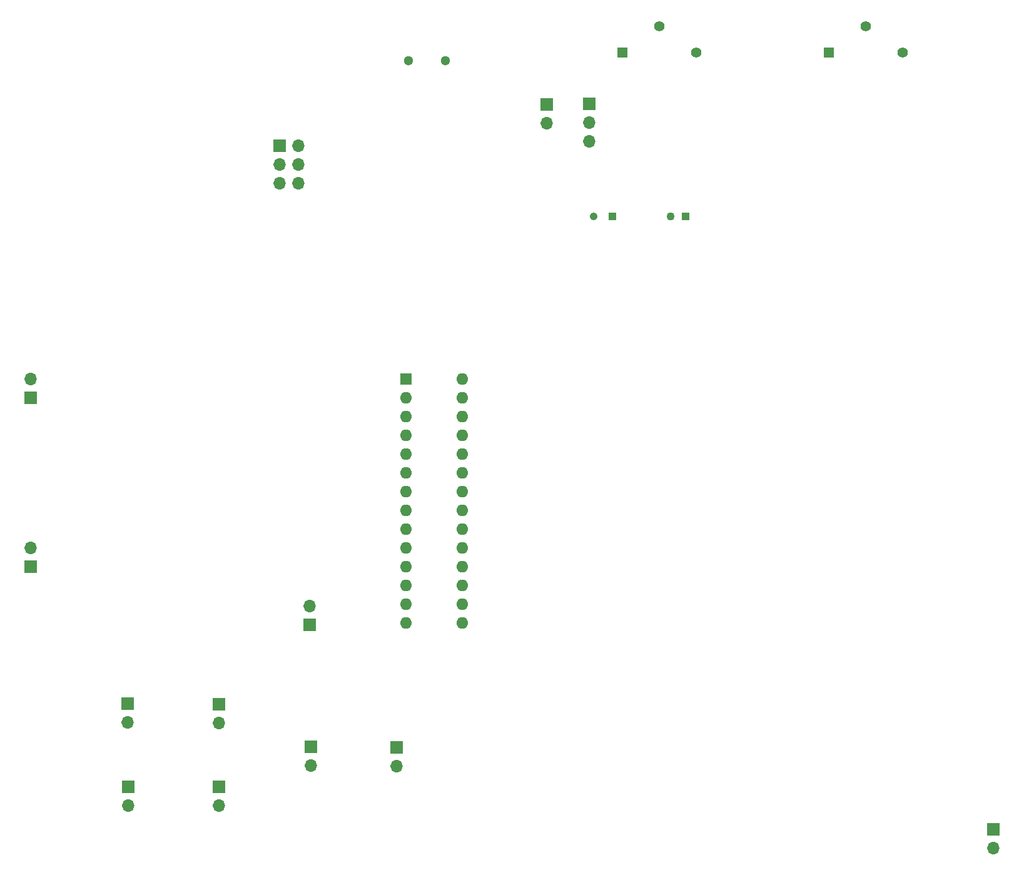
<source format=gbs>
G04 #@! TF.GenerationSoftware,KiCad,Pcbnew,(5.1.12-1-10_14)*
G04 #@! TF.CreationDate,2021-12-30T10:25:41+00:00*
G04 #@! TF.ProjectId,TICAF_v1,54494341-465f-4763-912e-6b696361645f,rev?*
G04 #@! TF.SameCoordinates,Original*
G04 #@! TF.FileFunction,Soldermask,Bot*
G04 #@! TF.FilePolarity,Negative*
%FSLAX46Y46*%
G04 Gerber Fmt 4.6, Leading zero omitted, Abs format (unit mm)*
G04 Created by KiCad (PCBNEW (5.1.12-1-10_14)) date 2021-12-30 10:25:41*
%MOMM*%
%LPD*%
G01*
G04 APERTURE LIST*
%ADD10O,1.700000X1.700000*%
%ADD11R,1.700000X1.700000*%
%ADD12O,1.600000X1.600000*%
%ADD13R,1.600000X1.600000*%
%ADD14C,1.408000*%
%ADD15R,1.408000X1.408000*%
%ADD16C,1.300000*%
%ADD17C,1.100000*%
%ADD18R,1.100000X1.100000*%
%ADD19C,1.050000*%
%ADD20R,1.050000X1.050000*%
G04 APERTURE END LIST*
D10*
X78450000Y-130530000D03*
D11*
X78450000Y-127990000D03*
D10*
X42120000Y-135850000D03*
D11*
X42120000Y-133310000D03*
D10*
X66910000Y-130480000D03*
D11*
X66910000Y-127940000D03*
D10*
X54430000Y-135830000D03*
D11*
X54430000Y-133290000D03*
D10*
X54430000Y-124650000D03*
D11*
X54430000Y-122110000D03*
D10*
X42110000Y-124640000D03*
D11*
X42110000Y-122100000D03*
D10*
X66750000Y-108890000D03*
D11*
X66750000Y-111430000D03*
D12*
X87366000Y-78130500D03*
X79746000Y-111150500D03*
X87366000Y-80670500D03*
X79746000Y-108610500D03*
X87366000Y-83210500D03*
X79746000Y-106070500D03*
X87366000Y-85750500D03*
X79746000Y-103530500D03*
X87366000Y-88290500D03*
X79746000Y-100990500D03*
X87366000Y-90830500D03*
X79746000Y-98450500D03*
X87366000Y-93370500D03*
X79746000Y-95910500D03*
X87366000Y-95910500D03*
X79746000Y-93370500D03*
X87366000Y-98450500D03*
X79746000Y-90830500D03*
X87366000Y-100990500D03*
X79746000Y-88290500D03*
X87366000Y-103530500D03*
X79746000Y-85750500D03*
X87366000Y-106070500D03*
X79746000Y-83210500D03*
X87366000Y-108610500D03*
X79746000Y-80670500D03*
X87366000Y-111150500D03*
D13*
X79746000Y-78130500D03*
D10*
X28956000Y-100965000D03*
D11*
X28956000Y-103505000D03*
D10*
X159290000Y-141590000D03*
D11*
X159290000Y-139050000D03*
D14*
X146986000Y-33940500D03*
X141986000Y-30340500D03*
D15*
X136986000Y-33940500D03*
D14*
X119046000Y-33940500D03*
X114046000Y-30340500D03*
D15*
X109046000Y-33940500D03*
D10*
X65151000Y-51625500D03*
X62611000Y-51625500D03*
X65151000Y-49085500D03*
X62611000Y-49085500D03*
X65151000Y-46545500D03*
D11*
X62611000Y-46545500D03*
D10*
X98806000Y-43484800D03*
D11*
X98806000Y-40944800D03*
D16*
X80050000Y-34988500D03*
X85050000Y-34988500D03*
D10*
X104584500Y-45910500D03*
X104584500Y-43370500D03*
D11*
X104584500Y-40830500D03*
D17*
X115586000Y-56070500D03*
D18*
X117586000Y-56070500D03*
D19*
X105176000Y-56070500D03*
D20*
X107676000Y-56070500D03*
D10*
X28956000Y-78105000D03*
D11*
X28956000Y-80645000D03*
M02*

</source>
